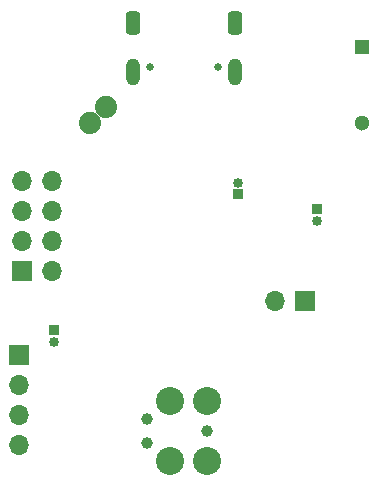
<source format=gbs>
G04 #@! TF.GenerationSoftware,KiCad,Pcbnew,8.0.1*
G04 #@! TF.CreationDate,2024-04-26T17:57:18-05:00*
G04 #@! TF.ProjectId,HCIPCB_ATSAMD21G18_template,48434950-4342-45f4-9154-53414d443231,rev?*
G04 #@! TF.SameCoordinates,Original*
G04 #@! TF.FileFunction,Soldermask,Bot*
G04 #@! TF.FilePolarity,Negative*
%FSLAX46Y46*%
G04 Gerber Fmt 4.6, Leading zero omitted, Abs format (unit mm)*
G04 Created by KiCad (PCBNEW 8.0.1) date 2024-04-26 17:57:18*
%MOMM*%
%LPD*%
G01*
G04 APERTURE LIST*
G04 Aperture macros list*
%AMRoundRect*
0 Rectangle with rounded corners*
0 $1 Rounding radius*
0 $2 $3 $4 $5 $6 $7 $8 $9 X,Y pos of 4 corners*
0 Add a 4 corners polygon primitive as box body*
4,1,4,$2,$3,$4,$5,$6,$7,$8,$9,$2,$3,0*
0 Add four circle primitives for the rounded corners*
1,1,$1+$1,$2,$3*
1,1,$1+$1,$4,$5*
1,1,$1+$1,$6,$7*
1,1,$1+$1,$8,$9*
0 Add four rect primitives between the rounded corners*
20,1,$1+$1,$2,$3,$4,$5,0*
20,1,$1+$1,$4,$5,$6,$7,0*
20,1,$1+$1,$6,$7,$8,$9,0*
20,1,$1+$1,$8,$9,$2,$3,0*%
G04 Aperture macros list end*
%ADD10R,0.850000X0.850000*%
%ADD11O,0.850000X0.850000*%
%ADD12C,0.650000*%
%ADD13O,1.204000X2.304000*%
%ADD14RoundRect,0.301000X0.301000X0.701000X-0.301000X0.701000X-0.301000X-0.701000X0.301000X-0.701000X0*%
%ADD15R,1.300000X1.300000*%
%ADD16C,1.300000*%
%ADD17R,1.700000X1.700000*%
%ADD18O,1.700000X1.700000*%
%ADD19C,1.879600*%
%ADD20C,2.374900*%
%ADD21C,0.990600*%
G04 APERTURE END LIST*
D10*
X110500000Y-107000000D03*
D11*
X110500000Y-108000000D03*
D12*
X124333119Y-84679999D03*
X118553119Y-84679999D03*
D13*
X125763119Y-85179999D03*
X117123119Y-85179999D03*
D14*
X125763119Y-80999999D03*
X117123119Y-80999999D03*
D15*
X136500000Y-83000000D03*
D16*
X136500000Y-89500000D03*
D17*
X107500000Y-109130000D03*
D18*
X107500000Y-111670000D03*
X107500000Y-114210000D03*
X107500000Y-116750000D03*
D10*
X126000000Y-95500000D03*
D11*
X126000000Y-94500000D03*
D19*
X114858900Y-88148720D03*
X113500000Y-89500000D03*
D17*
X107710000Y-102000000D03*
D18*
X110250000Y-102000000D03*
X107710000Y-99460000D03*
X110250000Y-99460000D03*
X107710000Y-96920000D03*
X110250000Y-96920000D03*
X107710000Y-94380000D03*
X110250000Y-94380000D03*
D17*
X131750000Y-104500000D03*
D18*
X129210000Y-104500000D03*
D10*
X132750000Y-96750000D03*
D11*
X132750000Y-97750000D03*
D20*
X123444000Y-118110000D03*
D21*
X123444000Y-115570000D03*
D20*
X123444000Y-113030000D03*
X120269000Y-118110000D03*
X120269000Y-113030000D03*
D21*
X118364000Y-116586000D03*
X118364000Y-114554000D03*
M02*

</source>
